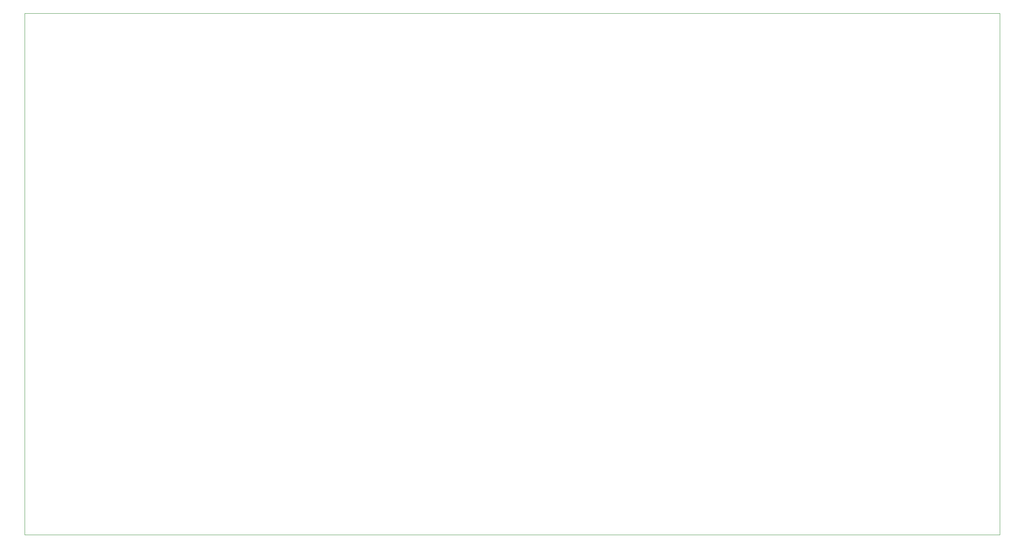
<source format=gm1>
G04 #@! TF.GenerationSoftware,KiCad,Pcbnew,(6.0.6)*
G04 #@! TF.CreationDate,2022-08-19T10:50:45-05:00*
G04 #@! TF.ProjectId,lowercase,6c6f7765-7263-4617-9365-2e6b69636164,1*
G04 #@! TF.SameCoordinates,Original*
G04 #@! TF.FileFunction,Profile,NP*
%FSLAX46Y46*%
G04 Gerber Fmt 4.6, Leading zero omitted, Abs format (unit mm)*
G04 Created by KiCad (PCBNEW (6.0.6)) date 2022-08-19 10:50:45*
%MOMM*%
%LPD*%
G01*
G04 APERTURE LIST*
G04 #@! TA.AperFunction,Profile*
%ADD10C,0.050000*%
G04 #@! TD*
G04 APERTURE END LIST*
D10*
X22500000Y-26000000D02*
X233660000Y-26000000D01*
X233660000Y-26000000D02*
X233660000Y-139000000D01*
X233660000Y-139000000D02*
X22500000Y-139000000D01*
X22500000Y-139000000D02*
X22500000Y-26000000D01*
M02*

</source>
